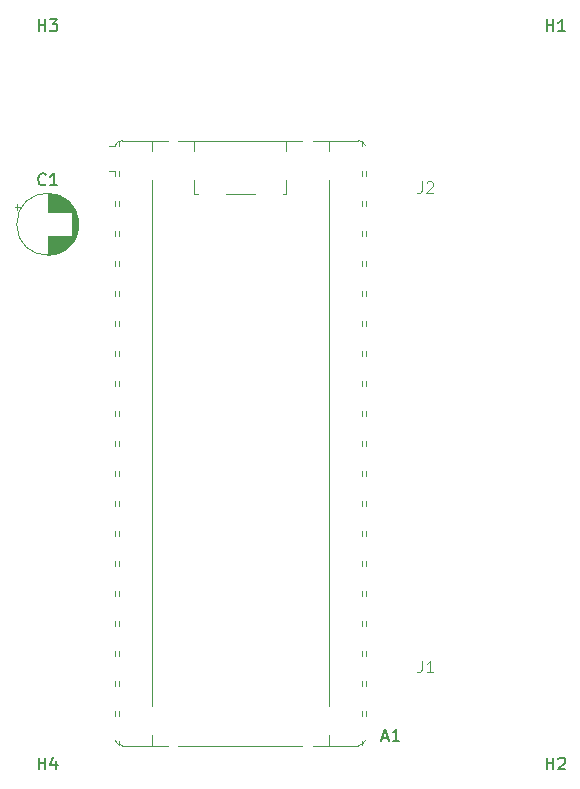
<source format=gbr>
%TF.GenerationSoftware,KiCad,Pcbnew,9.0.1*%
%TF.CreationDate,2025-08-21T16:33:30-04:00*%
%TF.ProjectId,SensorBox,53656e73-6f72-4426-9f78-2e6b69636164,rev?*%
%TF.SameCoordinates,Original*%
%TF.FileFunction,Legend,Top*%
%TF.FilePolarity,Positive*%
%FSLAX46Y46*%
G04 Gerber Fmt 4.6, Leading zero omitted, Abs format (unit mm)*
G04 Created by KiCad (PCBNEW 9.0.1) date 2025-08-21 16:33:30*
%MOMM*%
%LPD*%
G01*
G04 APERTURE LIST*
%ADD10C,0.150000*%
%ADD11C,0.100000*%
%ADD12C,0.120000*%
G04 APERTURE END LIST*
D10*
X97833333Y-70609580D02*
X97785714Y-70657200D01*
X97785714Y-70657200D02*
X97642857Y-70704819D01*
X97642857Y-70704819D02*
X97547619Y-70704819D01*
X97547619Y-70704819D02*
X97404762Y-70657200D01*
X97404762Y-70657200D02*
X97309524Y-70561961D01*
X97309524Y-70561961D02*
X97261905Y-70466723D01*
X97261905Y-70466723D02*
X97214286Y-70276247D01*
X97214286Y-70276247D02*
X97214286Y-70133390D01*
X97214286Y-70133390D02*
X97261905Y-69942914D01*
X97261905Y-69942914D02*
X97309524Y-69847676D01*
X97309524Y-69847676D02*
X97404762Y-69752438D01*
X97404762Y-69752438D02*
X97547619Y-69704819D01*
X97547619Y-69704819D02*
X97642857Y-69704819D01*
X97642857Y-69704819D02*
X97785714Y-69752438D01*
X97785714Y-69752438D02*
X97833333Y-69800057D01*
X98785714Y-70704819D02*
X98214286Y-70704819D01*
X98500000Y-70704819D02*
X98500000Y-69704819D01*
X98500000Y-69704819D02*
X98404762Y-69847676D01*
X98404762Y-69847676D02*
X98309524Y-69942914D01*
X98309524Y-69942914D02*
X98214286Y-69990533D01*
X97238095Y-120154819D02*
X97238095Y-119154819D01*
X97238095Y-119631009D02*
X97809523Y-119631009D01*
X97809523Y-120154819D02*
X97809523Y-119154819D01*
X98714285Y-119488152D02*
X98714285Y-120154819D01*
X98476190Y-119107200D02*
X98238095Y-119821485D01*
X98238095Y-119821485D02*
X98857142Y-119821485D01*
X97238095Y-57654819D02*
X97238095Y-56654819D01*
X97238095Y-57131009D02*
X97809523Y-57131009D01*
X97809523Y-57654819D02*
X97809523Y-56654819D01*
X98190476Y-56654819D02*
X98809523Y-56654819D01*
X98809523Y-56654819D02*
X98476190Y-57035771D01*
X98476190Y-57035771D02*
X98619047Y-57035771D01*
X98619047Y-57035771D02*
X98714285Y-57083390D01*
X98714285Y-57083390D02*
X98761904Y-57131009D01*
X98761904Y-57131009D02*
X98809523Y-57226247D01*
X98809523Y-57226247D02*
X98809523Y-57464342D01*
X98809523Y-57464342D02*
X98761904Y-57559580D01*
X98761904Y-57559580D02*
X98714285Y-57607200D01*
X98714285Y-57607200D02*
X98619047Y-57654819D01*
X98619047Y-57654819D02*
X98333333Y-57654819D01*
X98333333Y-57654819D02*
X98238095Y-57607200D01*
X98238095Y-57607200D02*
X98190476Y-57559580D01*
X140238095Y-120154819D02*
X140238095Y-119154819D01*
X140238095Y-119631009D02*
X140809523Y-119631009D01*
X140809523Y-120154819D02*
X140809523Y-119154819D01*
X141238095Y-119250057D02*
X141285714Y-119202438D01*
X141285714Y-119202438D02*
X141380952Y-119154819D01*
X141380952Y-119154819D02*
X141619047Y-119154819D01*
X141619047Y-119154819D02*
X141714285Y-119202438D01*
X141714285Y-119202438D02*
X141761904Y-119250057D01*
X141761904Y-119250057D02*
X141809523Y-119345295D01*
X141809523Y-119345295D02*
X141809523Y-119440533D01*
X141809523Y-119440533D02*
X141761904Y-119583390D01*
X141761904Y-119583390D02*
X141190476Y-120154819D01*
X141190476Y-120154819D02*
X141809523Y-120154819D01*
X140238095Y-57654819D02*
X140238095Y-56654819D01*
X140238095Y-57131009D02*
X140809523Y-57131009D01*
X140809523Y-57654819D02*
X140809523Y-56654819D01*
X141809523Y-57654819D02*
X141238095Y-57654819D01*
X141523809Y-57654819D02*
X141523809Y-56654819D01*
X141523809Y-56654819D02*
X141428571Y-56797676D01*
X141428571Y-56797676D02*
X141333333Y-56892914D01*
X141333333Y-56892914D02*
X141238095Y-56940533D01*
X126346660Y-117464104D02*
X126822850Y-117464104D01*
X126251422Y-117749819D02*
X126584755Y-116749819D01*
X126584755Y-116749819D02*
X126918088Y-117749819D01*
X127775231Y-117749819D02*
X127203803Y-117749819D01*
X127489517Y-117749819D02*
X127489517Y-116749819D01*
X127489517Y-116749819D02*
X127394279Y-116892676D01*
X127394279Y-116892676D02*
X127299041Y-116987914D01*
X127299041Y-116987914D02*
X127203803Y-117035533D01*
D11*
X129666666Y-70377419D02*
X129666666Y-71091704D01*
X129666666Y-71091704D02*
X129619047Y-71234561D01*
X129619047Y-71234561D02*
X129523809Y-71329800D01*
X129523809Y-71329800D02*
X129380952Y-71377419D01*
X129380952Y-71377419D02*
X129285714Y-71377419D01*
X130095238Y-70472657D02*
X130142857Y-70425038D01*
X130142857Y-70425038D02*
X130238095Y-70377419D01*
X130238095Y-70377419D02*
X130476190Y-70377419D01*
X130476190Y-70377419D02*
X130571428Y-70425038D01*
X130571428Y-70425038D02*
X130619047Y-70472657D01*
X130619047Y-70472657D02*
X130666666Y-70567895D01*
X130666666Y-70567895D02*
X130666666Y-70663133D01*
X130666666Y-70663133D02*
X130619047Y-70805990D01*
X130619047Y-70805990D02*
X130047619Y-71377419D01*
X130047619Y-71377419D02*
X130666666Y-71377419D01*
X129666666Y-110957419D02*
X129666666Y-111671704D01*
X129666666Y-111671704D02*
X129619047Y-111814561D01*
X129619047Y-111814561D02*
X129523809Y-111909800D01*
X129523809Y-111909800D02*
X129380952Y-111957419D01*
X129380952Y-111957419D02*
X129285714Y-111957419D01*
X130666666Y-111957419D02*
X130095238Y-111957419D01*
X130380952Y-111957419D02*
X130380952Y-110957419D01*
X130380952Y-110957419D02*
X130285714Y-111100276D01*
X130285714Y-111100276D02*
X130190476Y-111195514D01*
X130190476Y-111195514D02*
X130095238Y-111243133D01*
D12*
%TO.C,C1*%
X95195225Y-72525000D02*
X95695225Y-72525000D01*
X95445225Y-72275000D02*
X95445225Y-72775000D01*
X98000000Y-71420000D02*
X98000000Y-72960000D01*
X98000000Y-75040000D02*
X98000000Y-76580000D01*
X98040000Y-71420000D02*
X98040000Y-72960000D01*
X98040000Y-75040000D02*
X98040000Y-76580000D01*
X98080000Y-71421000D02*
X98080000Y-72960000D01*
X98080000Y-75040000D02*
X98080000Y-76579000D01*
X98120000Y-71423000D02*
X98120000Y-72960000D01*
X98120000Y-75040000D02*
X98120000Y-76577000D01*
X98160000Y-71425000D02*
X98160000Y-72960000D01*
X98160000Y-75040000D02*
X98160000Y-76575000D01*
X98200000Y-71428000D02*
X98200000Y-72960000D01*
X98200000Y-75040000D02*
X98200000Y-76572000D01*
X98240000Y-71431000D02*
X98240000Y-72960000D01*
X98240000Y-75040000D02*
X98240000Y-76569000D01*
X98280000Y-71435000D02*
X98280000Y-72960000D01*
X98280000Y-75040000D02*
X98280000Y-76565000D01*
X98320000Y-71440000D02*
X98320000Y-72960000D01*
X98320000Y-75040000D02*
X98320000Y-76560000D01*
X98360000Y-71445000D02*
X98360000Y-72960000D01*
X98360000Y-75040000D02*
X98360000Y-76555000D01*
X98400000Y-71451000D02*
X98400000Y-72960000D01*
X98400000Y-75040000D02*
X98400000Y-76549000D01*
X98440000Y-71457000D02*
X98440000Y-72960000D01*
X98440000Y-75040000D02*
X98440000Y-76543000D01*
X98480000Y-71464000D02*
X98480000Y-72960000D01*
X98480000Y-75040000D02*
X98480000Y-76536000D01*
X98520000Y-71472000D02*
X98520000Y-72960000D01*
X98520000Y-75040000D02*
X98520000Y-76528000D01*
X98560000Y-71481000D02*
X98560000Y-72960000D01*
X98560000Y-75040000D02*
X98560000Y-76519000D01*
X98600000Y-71490000D02*
X98600000Y-72960000D01*
X98600000Y-75040000D02*
X98600000Y-76510000D01*
X98640000Y-71499000D02*
X98640000Y-72960000D01*
X98640000Y-75040000D02*
X98640000Y-76501000D01*
X98680000Y-71510000D02*
X98680000Y-72960000D01*
X98680000Y-75040000D02*
X98680000Y-76490000D01*
X98720000Y-71521000D02*
X98720000Y-72960000D01*
X98720000Y-75040000D02*
X98720000Y-76479000D01*
X98760000Y-71533000D02*
X98760000Y-72960000D01*
X98760000Y-75040000D02*
X98760000Y-76467000D01*
X98800000Y-71545000D02*
X98800000Y-72960000D01*
X98800000Y-75040000D02*
X98800000Y-76455000D01*
X98840000Y-71558000D02*
X98840000Y-72960000D01*
X98840000Y-75040000D02*
X98840000Y-76442000D01*
X98880000Y-71572000D02*
X98880000Y-72960000D01*
X98880000Y-75040000D02*
X98880000Y-76428000D01*
X98920000Y-71587000D02*
X98920000Y-72960000D01*
X98920000Y-75040000D02*
X98920000Y-76413000D01*
X98960000Y-71602000D02*
X98960000Y-72960000D01*
X98960000Y-75040000D02*
X98960000Y-76398000D01*
X99000000Y-71618000D02*
X99000000Y-72960000D01*
X99000000Y-75040000D02*
X99000000Y-76382000D01*
X99040000Y-71635000D02*
X99040000Y-72960000D01*
X99040000Y-75040000D02*
X99040000Y-76365000D01*
X99080000Y-71653000D02*
X99080000Y-72960000D01*
X99080000Y-75040000D02*
X99080000Y-76347000D01*
X99120000Y-71671000D02*
X99120000Y-72960000D01*
X99120000Y-75040000D02*
X99120000Y-76329000D01*
X99160000Y-71691000D02*
X99160000Y-72960000D01*
X99160000Y-75040000D02*
X99160000Y-76309000D01*
X99200000Y-71711000D02*
X99200000Y-72960000D01*
X99200000Y-75040000D02*
X99200000Y-76289000D01*
X99240000Y-71732000D02*
X99240000Y-72960000D01*
X99240000Y-75040000D02*
X99240000Y-76268000D01*
X99280000Y-71754000D02*
X99280000Y-72960000D01*
X99280000Y-75040000D02*
X99280000Y-76246000D01*
X99320000Y-71777000D02*
X99320000Y-72960000D01*
X99320000Y-75040000D02*
X99320000Y-76223000D01*
X99360000Y-71801000D02*
X99360000Y-72960000D01*
X99360000Y-75040000D02*
X99360000Y-76199000D01*
X99400000Y-71825000D02*
X99400000Y-72960000D01*
X99400000Y-75040000D02*
X99400000Y-76175000D01*
X99440000Y-71851000D02*
X99440000Y-72960000D01*
X99440000Y-75040000D02*
X99440000Y-76149000D01*
X99480000Y-71878000D02*
X99480000Y-72960000D01*
X99480000Y-75040000D02*
X99480000Y-76122000D01*
X99520000Y-71906000D02*
X99520000Y-72960000D01*
X99520000Y-75040000D02*
X99520000Y-76094000D01*
X99560000Y-71935000D02*
X99560000Y-72960000D01*
X99560000Y-75040000D02*
X99560000Y-76065000D01*
X99600000Y-71965000D02*
X99600000Y-72960000D01*
X99600000Y-75040000D02*
X99600000Y-76035000D01*
X99640000Y-71997000D02*
X99640000Y-72960000D01*
X99640000Y-75040000D02*
X99640000Y-76003000D01*
X99680000Y-72030000D02*
X99680000Y-72960000D01*
X99680000Y-75040000D02*
X99680000Y-75970000D01*
X99720000Y-72064000D02*
X99720000Y-72960000D01*
X99720000Y-75040000D02*
X99720000Y-75936000D01*
X99760000Y-72099000D02*
X99760000Y-72960000D01*
X99760000Y-75040000D02*
X99760000Y-75901000D01*
X99800000Y-72136000D02*
X99800000Y-72960000D01*
X99800000Y-75040000D02*
X99800000Y-75864000D01*
X99840000Y-72175000D02*
X99840000Y-72960000D01*
X99840000Y-75040000D02*
X99840000Y-75825000D01*
X99880000Y-72215000D02*
X99880000Y-72960000D01*
X99880000Y-75040000D02*
X99880000Y-75785000D01*
X99920000Y-72257000D02*
X99920000Y-72960000D01*
X99920000Y-75040000D02*
X99920000Y-75743000D01*
X99960000Y-72301000D02*
X99960000Y-72960000D01*
X99960000Y-75040000D02*
X99960000Y-75699000D01*
X100000000Y-72348000D02*
X100000000Y-72960000D01*
X100000000Y-75040000D02*
X100000000Y-75652000D01*
X100040000Y-72396000D02*
X100040000Y-75604000D01*
X100080000Y-72447000D02*
X100080000Y-75553000D01*
X100120000Y-72501000D02*
X100120000Y-75499000D01*
X100160000Y-72557000D02*
X100160000Y-75443000D01*
X100200000Y-72617000D02*
X100200000Y-75383000D01*
X100240000Y-72681000D02*
X100240000Y-75319000D01*
X100280000Y-72749000D02*
X100280000Y-75251000D01*
X100320000Y-72823000D02*
X100320000Y-75177000D01*
X100360000Y-72902000D02*
X100360000Y-75098000D01*
X100400000Y-72989000D02*
X100400000Y-75011000D01*
X100440000Y-73086000D02*
X100440000Y-74914000D01*
X100480000Y-73195000D02*
X100480000Y-74805000D01*
X100520000Y-73323000D02*
X100520000Y-74677000D01*
X100560000Y-73483000D02*
X100560000Y-74517000D01*
X100600000Y-73717000D02*
X100600000Y-74283000D01*
X100620000Y-74000000D02*
G75*
G02*
X95380000Y-74000000I-2620000J0D01*
G01*
X95380000Y-74000000D02*
G75*
G02*
X100620000Y-74000000I2620000J0D01*
G01*
%TO.C,A1*%
X103700000Y-69460000D02*
X103220000Y-69460000D01*
X103700000Y-69460000D02*
X103700000Y-69880000D01*
X103700000Y-72000000D02*
X103700000Y-72420000D01*
X103700000Y-74540000D02*
X103700000Y-74960000D01*
X103700000Y-77080000D02*
X103700000Y-77500000D01*
X103700000Y-79620000D02*
X103700000Y-80040000D01*
X103700000Y-82160000D02*
X103700000Y-82580000D01*
X103700000Y-84700000D02*
X103700000Y-85120000D01*
X103700000Y-87240000D02*
X103700000Y-87660000D01*
X103700000Y-89780000D02*
X103700000Y-90200000D01*
X103700000Y-92320000D02*
X103700000Y-92740000D01*
X103700000Y-94860000D02*
X103700000Y-95280000D01*
X103700000Y-97400000D02*
X103700000Y-97820000D01*
X103700000Y-99940000D02*
X103700000Y-100360000D01*
X103700000Y-102480000D02*
X103700000Y-102900000D01*
X103700000Y-105020000D02*
X103700000Y-105440000D01*
X103700000Y-107560000D02*
X103700000Y-107980000D01*
X103700000Y-110100000D02*
X103700000Y-110520000D01*
X103700000Y-112640000D02*
X103700000Y-113060000D01*
X103700000Y-115180000D02*
X103700000Y-115600000D01*
X103730324Y-67340000D02*
X103220000Y-67340000D01*
X104040000Y-67340063D02*
X104040000Y-66983000D01*
X104040000Y-69460000D02*
X104040000Y-69880000D01*
X104040000Y-72000000D02*
X104040000Y-72420000D01*
X104040000Y-74540000D02*
X104040000Y-74960000D01*
X104040000Y-77080000D02*
X104040000Y-77500000D01*
X104040000Y-79620000D02*
X104040000Y-80040000D01*
X104040000Y-82160000D02*
X104040000Y-82580000D01*
X104040000Y-84700000D02*
X104040000Y-85120000D01*
X104040000Y-87240000D02*
X104040000Y-87660000D01*
X104040000Y-89780000D02*
X104040000Y-90200000D01*
X104040000Y-92320000D02*
X104040000Y-92740000D01*
X104040000Y-94860000D02*
X104040000Y-95280000D01*
X104040000Y-97400000D02*
X104040000Y-97820000D01*
X104040000Y-99940000D02*
X104040000Y-100360000D01*
X104040000Y-102480000D02*
X104040000Y-102900000D01*
X104040000Y-105020000D02*
X104040000Y-105440000D01*
X104040000Y-107560000D02*
X104040000Y-107980000D01*
X104040000Y-110100000D02*
X104040000Y-110520000D01*
X104040000Y-112640000D02*
X104040000Y-113060000D01*
X104040000Y-115180000D02*
X104040000Y-115600000D01*
X104040000Y-117719937D02*
X104040000Y-118077000D01*
X104310000Y-66920000D02*
X106800000Y-66920000D01*
X104310000Y-118140000D02*
X108147939Y-118140000D01*
X106800000Y-66920000D02*
X106800000Y-67833520D01*
X106800000Y-66920000D02*
X108147940Y-66920000D01*
X106800000Y-70226480D02*
X106800000Y-114833520D01*
X106800000Y-117226480D02*
X106800000Y-118140000D01*
X109072061Y-66920000D02*
X110075000Y-66920000D01*
X110075000Y-66920000D02*
X118545000Y-66920000D01*
X110410000Y-66920000D02*
X110410000Y-67836000D01*
X110410000Y-70224000D02*
X110410000Y-71440000D01*
X110410000Y-71440000D02*
X110706090Y-71440000D01*
X110710000Y-118140000D02*
X109072061Y-118140000D01*
X113063910Y-71440000D02*
X115556090Y-71440000D01*
X117910000Y-118140000D02*
X110710000Y-118140000D01*
X117913910Y-71440000D02*
X118210000Y-71440000D01*
X118210000Y-66920000D02*
X118210000Y-67836000D01*
X118210000Y-70224000D02*
X118210000Y-71440000D01*
X118545000Y-66920000D02*
X119547939Y-66920000D01*
X119547939Y-118140000D02*
X117910000Y-118140000D01*
X120472061Y-66920000D02*
X121820000Y-66920000D01*
X120472061Y-118140000D02*
X124310000Y-118140000D01*
X121820000Y-66920000D02*
X121820000Y-67833520D01*
X121820000Y-70226480D02*
X121820000Y-114833520D01*
X121820000Y-117226480D02*
X121820000Y-118140000D01*
X124310000Y-66920000D02*
X121820000Y-66920000D01*
X124580000Y-67340063D02*
X124580000Y-66983000D01*
X124580000Y-69460000D02*
X124580000Y-69880000D01*
X124580000Y-72000000D02*
X124580000Y-72420000D01*
X124580000Y-74540000D02*
X124580000Y-74960000D01*
X124580000Y-77080000D02*
X124580000Y-77500000D01*
X124580000Y-79620000D02*
X124580000Y-80040000D01*
X124580000Y-82160000D02*
X124580000Y-82580000D01*
X124580000Y-84700000D02*
X124580000Y-85120000D01*
X124580000Y-87240000D02*
X124580000Y-87660000D01*
X124580000Y-89780000D02*
X124580000Y-90200000D01*
X124580000Y-92320000D02*
X124580000Y-92740000D01*
X124580000Y-94860000D02*
X124580000Y-95280000D01*
X124580000Y-97400000D02*
X124580000Y-97820000D01*
X124580000Y-99940000D02*
X124580000Y-100360000D01*
X124580000Y-102480000D02*
X124580000Y-102900000D01*
X124580000Y-105020000D02*
X124580000Y-105440000D01*
X124580000Y-107560000D02*
X124580000Y-107980000D01*
X124580000Y-110100000D02*
X124580000Y-110520000D01*
X124580000Y-112640000D02*
X124580000Y-113060000D01*
X124580000Y-115180000D02*
X124580000Y-115600000D01*
X124580000Y-117719937D02*
X124580000Y-118077000D01*
X124920000Y-69460000D02*
X124920000Y-69880000D01*
X124920000Y-72000000D02*
X124920000Y-72420000D01*
X124920000Y-74540000D02*
X124920000Y-74960000D01*
X124920000Y-77080000D02*
X124920000Y-77500000D01*
X124920000Y-79620000D02*
X124920000Y-80040000D01*
X124920000Y-82160000D02*
X124920000Y-82580000D01*
X124920000Y-84700000D02*
X124920000Y-85120000D01*
X124920000Y-87240000D02*
X124920000Y-87660000D01*
X124920000Y-89780000D02*
X124920000Y-90200000D01*
X124920000Y-92320000D02*
X124920000Y-92740000D01*
X124920000Y-94860000D02*
X124920000Y-95280000D01*
X124920000Y-97400000D02*
X124920000Y-97820000D01*
X124920000Y-99940000D02*
X124920000Y-100360000D01*
X124920000Y-102480000D02*
X124920000Y-102900000D01*
X124920000Y-105020000D02*
X124920000Y-105440000D01*
X124920000Y-107560000D02*
X124920000Y-107980000D01*
X124920000Y-110100000D02*
X124920000Y-110520000D01*
X124920000Y-112640000D02*
X124920000Y-113060000D01*
X124920000Y-115180000D02*
X124920000Y-115600000D01*
X103730324Y-67340000D02*
G75*
G02*
X104310000Y-66920000I579692J-190051D01*
G01*
X104310000Y-118140000D02*
G75*
G02*
X103730324Y-117719937I1J610002D01*
G01*
X124310000Y-66920000D02*
G75*
G02*
X124889676Y-67340063I0J-610000D01*
G01*
X124889676Y-117719937D02*
G75*
G02*
X124310000Y-118140069I-579676J189837D01*
G01*
%TD*%
M02*

</source>
